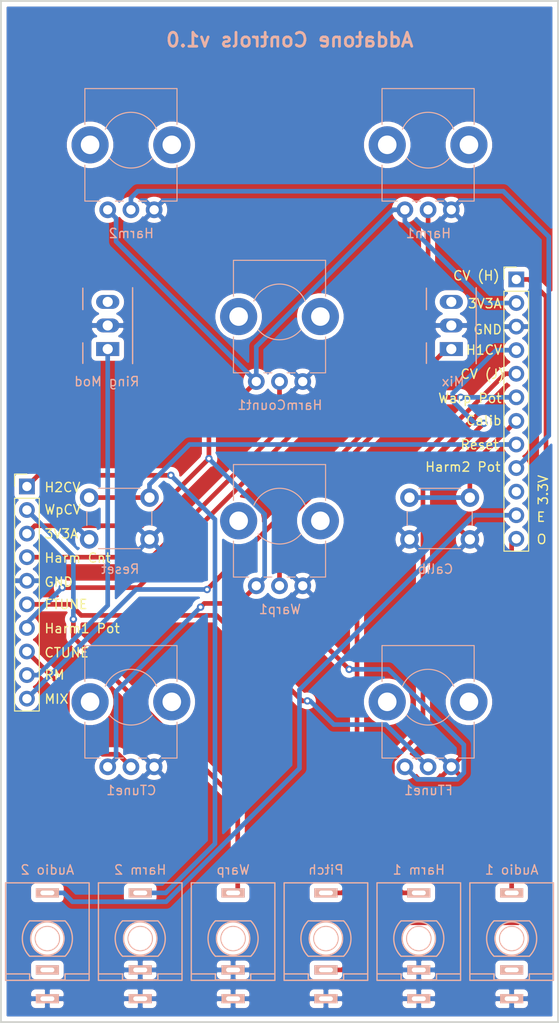
<source format=kicad_pcb>
(kicad_pcb (version 20171130) (host pcbnew "(5.1.5)-3")
  (layers (0 F.Cu signal) (31 B.Cu signal) (34 B.Paste user) (35 F.Paste user) (36 B.SilkS user) (37 F.SilkS user) (38 B.Mask user) (39 F.Mask user) (44 Edge.Cuts user))
  (net 0 "")
  (net 1 GND)
  (net 2 FTUNE)
  (net 3 CV_IN)
  (net 4 +3.3VA)
  (net 5 CTUNE)
  (net 6 Calibration)
  (net 7 RESET)
  (net 8 AUDIO2_OUT)
  (net 9 AUDIO1_OUT)
  (net 10 MIX_SWITCH)
  (net 11 RING_MOD)
  (net 12 HARM2_POT)
  (net 13 HARM1_POT)
  (net 14 HARM2_CVIN)
  (net 15 HARM1_CVIN)
  (net 16 PITCH_CVIN)
  (net 17 HARM_COUNT_POT)
  (net 18 +3V3)
  (net 19 "Net-(J7-Pad2)")
  (net 20 "Net-(J8-Pad2)")
  (net 21 WARP_CVIN)
  (net 22 WARP_POT)
  (module Buttons_Switches_THT:SW_PUSH_6mm (layer B.Cu) (at 150.5 103.5 180)
    (fp_text reference SW2 hide)
    (fp_text value SW_Push)
    (fp_line (start 1 -5.5) (end 5.5 -5.5) (layer B.SilkS) (width 0.12))
    (fp_line (start -0.25 -1.5) (end -0.25 -3) (layer B.SilkS) (width 0.12))
    (fp_line (start 5.5 1) (end 1 1) (layer B.SilkS) (width 0.12))
    (fp_line (start 6.75 -3) (end 6.75 -1.5) (layer B.SilkS) (width 0.12))
    (pad 2 thru_hole circle (at 0 -4.5 90) (size 2 2) (drill 1.1) (layers *.Cu *.Mask) (net 1 GND))
    (pad 1 thru_hole circle (at 0 0 90) (size 2 2) (drill 1.1) (layers *.Cu *.Mask) (net 6 Calibration))
    (pad 2 thru_hole circle (at 6.5 -4.5 90) (size 2 2) (drill 1.1) (layers *.Cu *.Mask) (net 1 GND))
    (pad 1 thru_hole circle (at 6.5 0 90) (size 2 2) (drill 1.1) (layers *.Cu *.Mask) (net 6 Calibration))
  )
  (module Pin_Headers:Pin_Header_Straight_1x12_Pitch2.54mm (layer F.Cu) (at 155.5 80)
    (fp_text reference J2 hide)
    (fp_text value Conn_01x12_Male hide)
    (fp_line (start -1.33 29.27) (end 1.33 29.27) (layer F.SilkS) (width 0.12))
    (fp_line (start -1.33 1.27) (end -1.33 29.27) (layer F.SilkS) (width 0.12))
    (fp_line (start 1.33 1.27) (end 1.33 29.27) (layer F.SilkS) (width 0.12))
    (fp_line (start -1.33 1.27) (end 1.33 1.27) (layer F.SilkS) (width 0.12))
    (fp_line (start -1.33 0) (end -1.33 -1.33) (layer F.SilkS) (width 0.12))
    (fp_line (start -1.33 -1.33) (end 0 -1.33) (layer F.SilkS) (width 0.12))
    (pad 1 thru_hole rect (at 0 0) (size 1.7 1.7) (drill 1) (layers *.Cu *.Mask) (net 3 CV_IN))
    (pad 2 thru_hole oval (at 0 2.54) (size 1.7 1.7) (drill 1) (layers *.Cu *.Mask) (net 4 +3.3VA))
    (pad 3 thru_hole oval (at 0 5.08) (size 1.7 1.7) (drill 1) (layers *.Cu *.Mask) (net 1 GND))
    (pad 4 thru_hole oval (at 0 7.62) (size 1.7 1.7) (drill 1) (layers *.Cu *.Mask) (net 15 HARM1_CVIN))
    (pad 5 thru_hole oval (at 0 10.16) (size 1.7 1.7) (drill 1) (layers *.Cu *.Mask) (net 16 PITCH_CVIN))
    (pad 6 thru_hole oval (at 0 12.7) (size 1.7 1.7) (drill 1) (layers *.Cu *.Mask) (net 22 WARP_POT))
    (pad 7 thru_hole oval (at 0 15.24) (size 1.7 1.7) (drill 1) (layers *.Cu *.Mask) (net 6 Calibration))
    (pad 8 thru_hole oval (at 0 17.78) (size 1.7 1.7) (drill 1) (layers *.Cu *.Mask) (net 7 RESET))
    (pad 9 thru_hole oval (at 0 20.32) (size 1.7 1.7) (drill 1) (layers *.Cu *.Mask) (net 12 HARM2_POT))
    (pad 10 thru_hole oval (at 0 22.86) (size 1.7 1.7) (drill 1) (layers *.Cu *.Mask) (net 18 +3V3))
    (pad 11 thru_hole oval (at 0 25.4) (size 1.7 1.7) (drill 1) (layers *.Cu *.Mask) (net 8 AUDIO2_OUT))
    (pad 12 thru_hole oval (at 0 27.94) (size 1.7 1.7) (drill 1) (layers *.Cu *.Mask) (net 9 AUDIO1_OUT))
  )
  (module Pin_Headers:Pin_Header_Straight_1x10_Pitch2.54mm (layer F.Cu) (at 102.8 102.3)
    (fp_text reference J1 hide)
    (fp_text value Conn_01x10_Male hide)
    (fp_line (start -1.33 24.19) (end 1.33 24.19) (layer F.SilkS) (width 0.12))
    (fp_line (start -1.33 1.27) (end -1.33 24.19) (layer F.SilkS) (width 0.12))
    (fp_line (start 1.33 1.27) (end 1.33 24.19) (layer F.SilkS) (width 0.12))
    (fp_line (start -1.33 1.27) (end 1.33 1.27) (layer F.SilkS) (width 0.12))
    (fp_line (start -1.33 0) (end -1.33 -1.33) (layer F.SilkS) (width 0.12))
    (fp_line (start -1.33 -1.33) (end 0 -1.33) (layer F.SilkS) (width 0.12))
    (pad 1 thru_hole rect (at 0 0) (size 1.7 1.7) (drill 1) (layers *.Cu *.Mask) (net 14 HARM2_CVIN))
    (pad 2 thru_hole oval (at 0 2.54) (size 1.7 1.7) (drill 1) (layers *.Cu *.Mask) (net 21 WARP_CVIN))
    (pad 3 thru_hole oval (at 0 5.08) (size 1.7 1.7) (drill 1) (layers *.Cu *.Mask) (net 4 +3.3VA))
    (pad 4 thru_hole oval (at 0 7.62) (size 1.7 1.7) (drill 1) (layers *.Cu *.Mask) (net 17 HARM_COUNT_POT))
    (pad 5 thru_hole oval (at 0 10.16) (size 1.7 1.7) (drill 1) (layers *.Cu *.Mask) (net 1 GND))
    (pad 6 thru_hole oval (at 0 12.7) (size 1.7 1.7) (drill 1) (layers *.Cu *.Mask) (net 2 FTUNE))
    (pad 7 thru_hole oval (at 0 15.24) (size 1.7 1.7) (drill 1) (layers *.Cu *.Mask) (net 13 HARM1_POT))
    (pad 8 thru_hole oval (at 0 17.78) (size 1.7 1.7) (drill 1) (layers *.Cu *.Mask) (net 5 CTUNE))
    (pad 9 thru_hole oval (at 0 20.32) (size 1.7 1.7) (drill 1) (layers *.Cu *.Mask) (net 11 RING_MOD))
    (pad 10 thru_hole oval (at 0 22.86) (size 1.7 1.7) (drill 1) (layers *.Cu *.Mask) (net 10 MIX_SWITCH))
  )
  (module Custom_Footprints:Alpha_9mm_Potentiometer (layer B.Cu) (at 111.5 132.5 90)
    (fp_text reference CTune1 (at -2.54 2.54) (layer B.SilkS) (effects (justify mirror)))
    (fp_text value B10k)
    (fp_arc (start 7.5 2.5) (end 8.673 -0.262) (angle 134) (layer B.SilkS) (width 0.12))
    (fp_arc (start 7.5 2.5) (end 5.572 4.798) (angle 100) (layer B.SilkS) (width 0.12))
    (fp_line (start 0.94 7.461) (end 4.806 7.461) (layer B.SilkS) (width 0.12))
    (fp_line (start 9.195 7.461) (end 13.06 7.461) (layer B.SilkS) (width 0.12))
    (fp_line (start 0.94 -2.46) (end 4.806 -2.46) (layer B.SilkS) (width 0.12))
    (fp_line (start 9.195 -2.46) (end 13.06 -2.46) (layer B.SilkS) (width 0.12))
    (fp_line (start 0.94 7.461) (end 0.94 5.825) (layer B.SilkS) (width 0.12))
    (fp_line (start 0.94 4.175) (end 0.94 3.325) (layer B.SilkS) (width 0.12))
    (fp_line (start 0.94 1.675) (end 0.94 0.825) (layer B.SilkS) (width 0.12))
    (fp_line (start 0.94 -0.825) (end 0.94 -2.46) (layer B.SilkS) (width 0.12))
    (fp_line (start 13.06 7.461) (end 13.06 -2.46) (layer B.SilkS) (width 0.12))
    (pad 3 thru_hole circle (at 0 5 90) (size 1.8 1.8) (drill 1) (layers *.Cu *.Mask) (net 1 GND))
    (pad 2 thru_hole circle (at 0 2.5 90) (size 1.8 1.8) (drill 1) (layers *.Cu *.Mask) (net 5 CTUNE))
    (pad 1 thru_hole circle (at 0 0 90) (size 1.8 1.8) (drill 1) (layers *.Cu *.Mask) (net 4 +3.3VA))
    (pad 0 np_thru_hole circle (at 7 6.9 90) (size 4 4) (drill 2) (layers *.Cu *.Mask))
    (pad 0 np_thru_hole circle (at 7 -1.9 90) (size 4 4) (drill 2) (layers *.Cu *.Mask))
  )
  (module Custom_Footprints:Alpha_9mm_Potentiometer (layer B.Cu) (at 127.5 113 90)
    (fp_text reference Warp1 (at -2.54 2.54) (layer B.SilkS) (effects (justify mirror)))
    (fp_text value B10k)
    (fp_line (start 13.06 7.461) (end 13.06 -2.46) (layer B.SilkS) (width 0.12))
    (fp_line (start 0.94 -0.825) (end 0.94 -2.46) (layer B.SilkS) (width 0.12))
    (fp_line (start 0.94 1.675) (end 0.94 0.825) (layer B.SilkS) (width 0.12))
    (fp_line (start 0.94 4.175) (end 0.94 3.325) (layer B.SilkS) (width 0.12))
    (fp_line (start 0.94 7.461) (end 0.94 5.825) (layer B.SilkS) (width 0.12))
    (fp_line (start 9.195 -2.46) (end 13.06 -2.46) (layer B.SilkS) (width 0.12))
    (fp_line (start 0.94 -2.46) (end 4.806 -2.46) (layer B.SilkS) (width 0.12))
    (fp_line (start 9.195 7.461) (end 13.06 7.461) (layer B.SilkS) (width 0.12))
    (fp_line (start 0.94 7.461) (end 4.806 7.461) (layer B.SilkS) (width 0.12))
    (fp_arc (start 7.5 2.5) (end 5.572 4.798) (angle 100) (layer B.SilkS) (width 0.12))
    (fp_arc (start 7.5 2.5) (end 8.673 -0.262) (angle 134) (layer B.SilkS) (width 0.12))
    (pad 0 np_thru_hole circle (at 7 -1.9 90) (size 4 4) (drill 2) (layers *.Cu *.Mask))
    (pad 0 np_thru_hole circle (at 7 6.9 90) (size 4 4) (drill 2) (layers *.Cu *.Mask))
    (pad 1 thru_hole circle (at 0 0 90) (size 1.8 1.8) (drill 1) (layers *.Cu *.Mask) (net 4 +3.3VA))
    (pad 2 thru_hole circle (at 0 2.5 90) (size 1.8 1.8) (drill 1) (layers *.Cu *.Mask) (net 22 WARP_POT))
    (pad 3 thru_hole circle (at 0 5 90) (size 1.8 1.8) (drill 1) (layers *.Cu *.Mask) (net 1 GND))
  )
  (module Custom_Footprints:Alpha_9mm_Potentiometer (layer B.Cu) (at 143.5 132.5 90)
    (fp_text reference FTune1 (at -2.54 2.54) (layer B.SilkS) (effects (justify mirror)))
    (fp_text value B10k)
    (fp_line (start 13.06 7.461) (end 13.06 -2.46) (layer B.SilkS) (width 0.12))
    (fp_line (start 0.94 -0.825) (end 0.94 -2.46) (layer B.SilkS) (width 0.12))
    (fp_line (start 0.94 1.675) (end 0.94 0.825) (layer B.SilkS) (width 0.12))
    (fp_line (start 0.94 4.175) (end 0.94 3.325) (layer B.SilkS) (width 0.12))
    (fp_line (start 0.94 7.461) (end 0.94 5.825) (layer B.SilkS) (width 0.12))
    (fp_line (start 9.195 -2.46) (end 13.06 -2.46) (layer B.SilkS) (width 0.12))
    (fp_line (start 0.94 -2.46) (end 4.806 -2.46) (layer B.SilkS) (width 0.12))
    (fp_line (start 9.195 7.461) (end 13.06 7.461) (layer B.SilkS) (width 0.12))
    (fp_line (start 0.94 7.461) (end 4.806 7.461) (layer B.SilkS) (width 0.12))
    (fp_arc (start 7.5 2.5) (end 5.572 4.798) (angle 100) (layer B.SilkS) (width 0.12))
    (fp_arc (start 7.5 2.5) (end 8.673 -0.262) (angle 134) (layer B.SilkS) (width 0.12))
    (pad 0 np_thru_hole circle (at 7 -1.9 90) (size 4 4) (drill 2) (layers *.Cu *.Mask))
    (pad 0 np_thru_hole circle (at 7 6.9 90) (size 4 4) (drill 2) (layers *.Cu *.Mask))
    (pad 1 thru_hole circle (at 0 0 90) (size 1.8 1.8) (drill 1) (layers *.Cu *.Mask) (net 4 +3.3VA))
    (pad 2 thru_hole circle (at 0 2.5 90) (size 1.8 1.8) (drill 1) (layers *.Cu *.Mask) (net 2 FTUNE))
    (pad 3 thru_hole circle (at 0 5 90) (size 1.8 1.8) (drill 1) (layers *.Cu *.Mask) (net 1 GND))
  )
  (module Custom_Footprints:Alpha_9mm_Potentiometer (layer B.Cu) (at 143.5 72.5 90)
    (fp_text reference Harm1 (at -2.54 2.54) (layer B.SilkS) (effects (justify mirror)))
    (fp_text value B10k)
    (fp_line (start 13.06 7.461) (end 13.06 -2.46) (layer B.SilkS) (width 0.12))
    (fp_line (start 0.94 -0.825) (end 0.94 -2.46) (layer B.SilkS) (width 0.12))
    (fp_line (start 0.94 1.675) (end 0.94 0.825) (layer B.SilkS) (width 0.12))
    (fp_line (start 0.94 4.175) (end 0.94 3.325) (layer B.SilkS) (width 0.12))
    (fp_line (start 0.94 7.461) (end 0.94 5.825) (layer B.SilkS) (width 0.12))
    (fp_line (start 9.195 -2.46) (end 13.06 -2.46) (layer B.SilkS) (width 0.12))
    (fp_line (start 0.94 -2.46) (end 4.806 -2.46) (layer B.SilkS) (width 0.12))
    (fp_line (start 9.195 7.461) (end 13.06 7.461) (layer B.SilkS) (width 0.12))
    (fp_line (start 0.94 7.461) (end 4.806 7.461) (layer B.SilkS) (width 0.12))
    (fp_arc (start 7.5 2.5) (end 5.572 4.798) (angle 100) (layer B.SilkS) (width 0.12))
    (fp_arc (start 7.5 2.5) (end 8.673 -0.262) (angle 134) (layer B.SilkS) (width 0.12))
    (pad 0 np_thru_hole circle (at 7 -1.9 90) (size 4 4) (drill 2) (layers *.Cu *.Mask))
    (pad 0 np_thru_hole circle (at 7 6.9 90) (size 4 4) (drill 2) (layers *.Cu *.Mask))
    (pad 1 thru_hole circle (at 0 0 90) (size 1.8 1.8) (drill 1) (layers *.Cu *.Mask) (net 4 +3.3VA))
    (pad 2 thru_hole circle (at 0 2.5 90) (size 1.8 1.8) (drill 1) (layers *.Cu *.Mask) (net 13 HARM1_POT))
    (pad 3 thru_hole circle (at 0 5 90) (size 1.8 1.8) (drill 1) (layers *.Cu *.Mask) (net 1 GND))
  )
  (module Custom_Footprints:Alpha_9mm_Potentiometer (layer B.Cu) (at 111.5 72.5 90)
    (fp_text reference Harm2 (at -2.54 2.54) (layer B.SilkS) (effects (justify mirror)))
    (fp_text value B10k)
    (fp_arc (start 7.5 2.5) (end 8.673 -0.262) (angle 134) (layer B.SilkS) (width 0.12))
    (fp_arc (start 7.5 2.5) (end 5.572 4.798) (angle 100) (layer B.SilkS) (width 0.12))
    (fp_line (start 0.94 7.461) (end 4.806 7.461) (layer B.SilkS) (width 0.12))
    (fp_line (start 9.195 7.461) (end 13.06 7.461) (layer B.SilkS) (width 0.12))
    (fp_line (start 0.94 -2.46) (end 4.806 -2.46) (layer B.SilkS) (width 0.12))
    (fp_line (start 9.195 -2.46) (end 13.06 -2.46) (layer B.SilkS) (width 0.12))
    (fp_line (start 0.94 7.461) (end 0.94 5.825) (layer B.SilkS) (width 0.12))
    (fp_line (start 0.94 4.175) (end 0.94 3.325) (layer B.SilkS) (width 0.12))
    (fp_line (start 0.94 1.675) (end 0.94 0.825) (layer B.SilkS) (width 0.12))
    (fp_line (start 0.94 -0.825) (end 0.94 -2.46) (layer B.SilkS) (width 0.12))
    (fp_line (start 13.06 7.461) (end 13.06 -2.46) (layer B.SilkS) (width 0.12))
    (pad 3 thru_hole circle (at 0 5 90) (size 1.8 1.8) (drill 1) (layers *.Cu *.Mask) (net 1 GND))
    (pad 2 thru_hole circle (at 0 2.5 90) (size 1.8 1.8) (drill 1) (layers *.Cu *.Mask) (net 12 HARM2_POT))
    (pad 1 thru_hole circle (at 0 0 90) (size 1.8 1.8) (drill 1) (layers *.Cu *.Mask) (net 4 +3.3VA))
    (pad 0 np_thru_hole circle (at 7 6.9 90) (size 4 4) (drill 2) (layers *.Cu *.Mask))
    (pad 0 np_thru_hole circle (at 7 -1.9 90) (size 4 4) (drill 2) (layers *.Cu *.Mask))
  )
  (module Custom_Footprints:Alpha_9mm_Potentiometer (layer B.Cu) (at 127.5 91 90)
    (fp_text reference HarmCount1 (at -2.54 2.54) (layer B.SilkS) (effects (justify mirror)))
    (fp_text value B10k)
    (fp_arc (start 7.5 2.5) (end 8.673 -0.262) (angle 134) (layer B.SilkS) (width 0.12))
    (fp_arc (start 7.5 2.5) (end 5.572 4.798) (angle 100) (layer B.SilkS) (width 0.12))
    (fp_line (start 0.94 7.461) (end 4.806 7.461) (layer B.SilkS) (width 0.12))
    (fp_line (start 9.195 7.461) (end 13.06 7.461) (layer B.SilkS) (width 0.12))
    (fp_line (start 0.94 -2.46) (end 4.806 -2.46) (layer B.SilkS) (width 0.12))
    (fp_line (start 9.195 -2.46) (end 13.06 -2.46) (layer B.SilkS) (width 0.12))
    (fp_line (start 0.94 7.461) (end 0.94 5.825) (layer B.SilkS) (width 0.12))
    (fp_line (start 0.94 4.175) (end 0.94 3.325) (layer B.SilkS) (width 0.12))
    (fp_line (start 0.94 1.675) (end 0.94 0.825) (layer B.SilkS) (width 0.12))
    (fp_line (start 0.94 -0.825) (end 0.94 -2.46) (layer B.SilkS) (width 0.12))
    (fp_line (start 13.06 7.461) (end 13.06 -2.46) (layer B.SilkS) (width 0.12))
    (pad 3 thru_hole circle (at 0 5 90) (size 1.8 1.8) (drill 1) (layers *.Cu *.Mask) (net 1 GND))
    (pad 2 thru_hole circle (at 0 2.5 90) (size 1.8 1.8) (drill 1) (layers *.Cu *.Mask) (net 17 HARM_COUNT_POT))
    (pad 1 thru_hole circle (at 0 0 90) (size 1.8 1.8) (drill 1) (layers *.Cu *.Mask) (net 4 +3.3VA))
    (pad 0 np_thru_hole circle (at 7 6.9 90) (size 4 4) (drill 2) (layers *.Cu *.Mask))
    (pad 0 np_thru_hole circle (at 7 -1.9 90) (size 4 4) (drill 2) (layers *.Cu *.Mask))
  )
  (module Custom_Footprints:THONKICONN_hole (layer B.Cu) (at 135 151 180)
    (fp_text reference J3 hide)
    (fp_text value Pitch_In hide)
    (fp_line (start -4.445 -3.81) (end -1.905 -3.81) (layer B.SilkS) (width 0.15))
    (fp_line (start -1.905 -3.81) (end -1.905 -4.445) (layer B.SilkS) (width 0.15))
    (fp_line (start -1.905 -4.445) (end 1.905 -4.445) (layer B.SilkS) (width 0.15))
    (fp_line (start 1.905 -4.445) (end 1.905 -3.81) (layer B.SilkS) (width 0.15))
    (fp_line (start 1.905 -3.81) (end 4.445 -3.81) (layer B.SilkS) (width 0.15))
    (fp_arc (start 0 0) (end 1.905 1.905) (angle -90) (layer B.SilkS) (width 0.15))
    (fp_arc (start 0 0) (end -1.905 -1.905) (angle -90) (layer B.SilkS) (width 0.15))
    (fp_line (start 1.905 -1.905) (end -1.905 -1.905) (layer B.SilkS) (width 0.15))
    (fp_line (start -1.905 1.905) (end 1.905 1.905) (layer B.SilkS) (width 0.15))
    (fp_circle (center 0 0) (end 1.27 -1.27) (layer B.SilkS) (width 0.15))
    (fp_line (start 4.5 6) (end 4.5 -4.5) (layer B.SilkS) (width 0.15))
    (fp_line (start -4.5 6) (end -4.5 -4.5) (layer B.SilkS) (width 0.15))
    (fp_line (start -4.5 -4.5) (end 4.5 -4.5) (layer B.SilkS) (width 0.15))
    (fp_line (start -4.5 6) (end 4.5 6) (layer B.SilkS) (width 0.15))
    (fp_circle (center 0 0) (end 1.3 0) (layer B.SilkS) (width 0.15))
    (pad 3 thru_hole rect (at 0 4.92 180) (size 2.5 1) (drill oval 1.5 0.5) (layers *.Cu *.Mask B.SilkS) (net 16 PITCH_CVIN))
    (pad 2 thru_hole rect (at 0 -3.38 180) (size 2.5 1) (drill oval 1.5 0.5) (layers *.Cu *.Mask B.SilkS) (net 3 CV_IN))
    (pad 1 thru_hole rect (at 0 -6.48 180) (size 2.5 1) (drill oval 1.5 0.5) (layers *.Cu *.Mask B.SilkS) (net 1 GND))
    (pad "" np_thru_hole circle (at 0 0 180) (size 2.5 2.5) (drill 2.5) (layers *.Cu *.Mask))
  )
  (module Custom_Footprints:THONKICONN_hole (layer B.Cu) (at 145 151 180)
    (fp_text reference J4 hide)
    (fp_text value Harm1_In hide)
    (fp_circle (center 0 0) (end 1.3 0) (layer B.SilkS) (width 0.15))
    (fp_line (start -4.5 6) (end 4.5 6) (layer B.SilkS) (width 0.15))
    (fp_line (start -4.5 -4.5) (end 4.5 -4.5) (layer B.SilkS) (width 0.15))
    (fp_line (start -4.5 6) (end -4.5 -4.5) (layer B.SilkS) (width 0.15))
    (fp_line (start 4.5 6) (end 4.5 -4.5) (layer B.SilkS) (width 0.15))
    (fp_circle (center 0 0) (end 1.27 -1.27) (layer B.SilkS) (width 0.15))
    (fp_line (start -1.905 1.905) (end 1.905 1.905) (layer B.SilkS) (width 0.15))
    (fp_line (start 1.905 -1.905) (end -1.905 -1.905) (layer B.SilkS) (width 0.15))
    (fp_arc (start 0 0) (end -1.905 -1.905) (angle -90) (layer B.SilkS) (width 0.15))
    (fp_arc (start 0 0) (end 1.905 1.905) (angle -90) (layer B.SilkS) (width 0.15))
    (fp_line (start 1.905 -3.81) (end 4.445 -3.81) (layer B.SilkS) (width 0.15))
    (fp_line (start 1.905 -4.445) (end 1.905 -3.81) (layer B.SilkS) (width 0.15))
    (fp_line (start -1.905 -4.445) (end 1.905 -4.445) (layer B.SilkS) (width 0.15))
    (fp_line (start -1.905 -3.81) (end -1.905 -4.445) (layer B.SilkS) (width 0.15))
    (fp_line (start -4.445 -3.81) (end -1.905 -3.81) (layer B.SilkS) (width 0.15))
    (pad "" np_thru_hole circle (at 0 0 180) (size 2.5 2.5) (drill 2.5) (layers *.Cu *.Mask))
    (pad 1 thru_hole rect (at 0 -6.48 180) (size 2.5 1) (drill oval 1.5 0.5) (layers *.Cu *.Mask B.SilkS) (net 1 GND))
    (pad 2 thru_hole rect (at 0 -3.38 180) (size 2.5 1) (drill oval 1.5 0.5) (layers *.Cu *.Mask B.SilkS) (net 1 GND))
    (pad 3 thru_hole rect (at 0 4.92 180) (size 2.5 1) (drill oval 1.5 0.5) (layers *.Cu *.Mask B.SilkS) (net 15 HARM1_CVIN))
  )
  (module Custom_Footprints:THONKICONN_hole (layer B.Cu) (at 115 151 180)
    (fp_text reference J5 hide)
    (fp_text value Harm2_In hide)
    (fp_line (start -4.445 -3.81) (end -1.905 -3.81) (layer B.SilkS) (width 0.15))
    (fp_line (start -1.905 -3.81) (end -1.905 -4.445) (layer B.SilkS) (width 0.15))
    (fp_line (start -1.905 -4.445) (end 1.905 -4.445) (layer B.SilkS) (width 0.15))
    (fp_line (start 1.905 -4.445) (end 1.905 -3.81) (layer B.SilkS) (width 0.15))
    (fp_line (start 1.905 -3.81) (end 4.445 -3.81) (layer B.SilkS) (width 0.15))
    (fp_arc (start 0 0) (end 1.905 1.905) (angle -90) (layer B.SilkS) (width 0.15))
    (fp_arc (start 0 0) (end -1.905 -1.905) (angle -90) (layer B.SilkS) (width 0.15))
    (fp_line (start 1.905 -1.905) (end -1.905 -1.905) (layer B.SilkS) (width 0.15))
    (fp_line (start -1.905 1.905) (end 1.905 1.905) (layer B.SilkS) (width 0.15))
    (fp_circle (center 0 0) (end 1.27 -1.27) (layer B.SilkS) (width 0.15))
    (fp_line (start 4.5 6) (end 4.5 -4.5) (layer B.SilkS) (width 0.15))
    (fp_line (start -4.5 6) (end -4.5 -4.5) (layer B.SilkS) (width 0.15))
    (fp_line (start -4.5 -4.5) (end 4.5 -4.5) (layer B.SilkS) (width 0.15))
    (fp_line (start -4.5 6) (end 4.5 6) (layer B.SilkS) (width 0.15))
    (fp_circle (center 0 0) (end 1.3 0) (layer B.SilkS) (width 0.15))
    (pad 3 thru_hole rect (at 0 4.92 180) (size 2.5 1) (drill oval 1.5 0.5) (layers *.Cu *.Mask B.SilkS) (net 14 HARM2_CVIN))
    (pad 2 thru_hole rect (at 0 -3.38 180) (size 2.5 1) (drill oval 1.5 0.5) (layers *.Cu *.Mask B.SilkS) (net 1 GND))
    (pad 1 thru_hole rect (at 0 -6.48 180) (size 2.5 1) (drill oval 1.5 0.5) (layers *.Cu *.Mask B.SilkS) (net 1 GND))
    (pad "" np_thru_hole circle (at 0 0 180) (size 2.5 2.5) (drill 2.5) (layers *.Cu *.Mask))
  )
  (module Custom_Footprints:THONKICONN_hole (layer B.Cu) (at 125 151 180)
    (fp_text reference J6 hide)
    (fp_text value Warp_In hide)
    (fp_circle (center 0 0) (end 1.3 0) (layer B.SilkS) (width 0.15))
    (fp_line (start -4.5 6) (end 4.5 6) (layer B.SilkS) (width 0.15))
    (fp_line (start -4.5 -4.5) (end 4.5 -4.5) (layer B.SilkS) (width 0.15))
    (fp_line (start -4.5 6) (end -4.5 -4.5) (layer B.SilkS) (width 0.15))
    (fp_line (start 4.5 6) (end 4.5 -4.5) (layer B.SilkS) (width 0.15))
    (fp_circle (center 0 0) (end 1.27 -1.27) (layer B.SilkS) (width 0.15))
    (fp_line (start -1.905 1.905) (end 1.905 1.905) (layer B.SilkS) (width 0.15))
    (fp_line (start 1.905 -1.905) (end -1.905 -1.905) (layer B.SilkS) (width 0.15))
    (fp_arc (start 0 0) (end -1.905 -1.905) (angle -90) (layer B.SilkS) (width 0.15))
    (fp_arc (start 0 0) (end 1.905 1.905) (angle -90) (layer B.SilkS) (width 0.15))
    (fp_line (start 1.905 -3.81) (end 4.445 -3.81) (layer B.SilkS) (width 0.15))
    (fp_line (start 1.905 -4.445) (end 1.905 -3.81) (layer B.SilkS) (width 0.15))
    (fp_line (start -1.905 -4.445) (end 1.905 -4.445) (layer B.SilkS) (width 0.15))
    (fp_line (start -1.905 -3.81) (end -1.905 -4.445) (layer B.SilkS) (width 0.15))
    (fp_line (start -4.445 -3.81) (end -1.905 -3.81) (layer B.SilkS) (width 0.15))
    (pad "" np_thru_hole circle (at 0 0 180) (size 2.5 2.5) (drill 2.5) (layers *.Cu *.Mask))
    (pad 1 thru_hole rect (at 0 -6.48 180) (size 2.5 1) (drill oval 1.5 0.5) (layers *.Cu *.Mask B.SilkS) (net 1 GND))
    (pad 2 thru_hole rect (at 0 -3.38 180) (size 2.5 1) (drill oval 1.5 0.5) (layers *.Cu *.Mask B.SilkS) (net 1 GND))
    (pad 3 thru_hole rect (at 0 4.92 180) (size 2.5 1) (drill oval 1.5 0.5) (layers *.Cu *.Mask B.SilkS) (net 21 WARP_CVIN))
  )
  (module Custom_Footprints:THONKICONN_hole (layer B.Cu) (at 155 151 180)
    (fp_text reference J7 hide)
    (fp_text value DAC1_Out hide)
    (fp_line (start -4.445 -3.81) (end -1.905 -3.81) (layer B.SilkS) (width 0.15))
    (fp_line (start -1.905 -3.81) (end -1.905 -4.445) (layer B.SilkS) (width 0.15))
    (fp_line (start -1.905 -4.445) (end 1.905 -4.445) (layer B.SilkS) (width 0.15))
    (fp_line (start 1.905 -4.445) (end 1.905 -3.81) (layer B.SilkS) (width 0.15))
    (fp_line (start 1.905 -3.81) (end 4.445 -3.81) (layer B.SilkS) (width 0.15))
    (fp_arc (start 0 0) (end 1.905 1.905) (angle -90) (layer B.SilkS) (width 0.15))
    (fp_arc (start 0 0) (end -1.905 -1.905) (angle -90) (layer B.SilkS) (width 0.15))
    (fp_line (start 1.905 -1.905) (end -1.905 -1.905) (layer B.SilkS) (width 0.15))
    (fp_line (start -1.905 1.905) (end 1.905 1.905) (layer B.SilkS) (width 0.15))
    (fp_circle (center 0 0) (end 1.27 -1.27) (layer B.SilkS) (width 0.15))
    (fp_line (start 4.5 6) (end 4.5 -4.5) (layer B.SilkS) (width 0.15))
    (fp_line (start -4.5 6) (end -4.5 -4.5) (layer B.SilkS) (width 0.15))
    (fp_line (start -4.5 -4.5) (end 4.5 -4.5) (layer B.SilkS) (width 0.15))
    (fp_line (start -4.5 6) (end 4.5 6) (layer B.SilkS) (width 0.15))
    (fp_circle (center 0 0) (end 1.3 0) (layer B.SilkS) (width 0.15))
    (pad 3 thru_hole rect (at 0 4.92 180) (size 2.5 1) (drill oval 1.5 0.5) (layers *.Cu *.Mask B.SilkS) (net 9 AUDIO1_OUT))
    (pad 2 thru_hole rect (at 0 -3.38 180) (size 2.5 1) (drill oval 1.5 0.5) (layers *.Cu *.Mask B.SilkS) (net 19 "Net-(J7-Pad2)"))
    (pad 1 thru_hole rect (at 0 -6.48 180) (size 2.5 1) (drill oval 1.5 0.5) (layers *.Cu *.Mask B.SilkS) (net 1 GND))
    (pad "" np_thru_hole circle (at 0 0 180) (size 2.5 2.5) (drill 2.5) (layers *.Cu *.Mask))
  )
  (module Custom_Footprints:THONKICONN_hole (layer B.Cu) (at 105 151 180)
    (fp_text reference J8 hide)
    (fp_text value DAC2_Out hide)
    (fp_circle (center 0 0) (end 1.3 0) (layer B.SilkS) (width 0.15))
    (fp_line (start -4.5 6) (end 4.5 6) (layer B.SilkS) (width 0.15))
    (fp_line (start -4.5 -4.5) (end 4.5 -4.5) (layer B.SilkS) (width 0.15))
    (fp_line (start -4.5 6) (end -4.5 -4.5) (layer B.SilkS) (width 0.15))
    (fp_line (start 4.5 6) (end 4.5 -4.5) (layer B.SilkS) (width 0.15))
    (fp_circle (center 0 0) (end 1.27 -1.27) (layer B.SilkS) (width 0.15))
    (fp_line (start -1.905 1.905) (end 1.905 1.905) (layer B.SilkS) (width 0.15))
    (fp_line (start 1.905 -1.905) (end -1.905 -1.905) (layer B.SilkS) (width 0.15))
    (fp_arc (start 0 0) (end -1.905 -1.905) (angle -90) (layer B.SilkS) (width 0.15))
    (fp_arc (start 0 0) (end 1.905 1.905) (angle -90) (layer B.SilkS) (width 0.15))
    (fp_line (start 1.905 -3.81) (end 4.445 -3.81) (layer B.SilkS) (width 0.15))
    (fp_line (start 1.905 -4.445) (end 1.905 -3.81) (layer B.SilkS) (width 0.15))
    (fp_line (start -1.905 -4.445) (end 1.905 -4.445) (layer B.SilkS) (width 0.15))
    (fp_line (start -1.905 -3.81) (end -1.905 -4.445) (layer B.SilkS) (width 0.15))
    (fp_line (start -4.445 -3.81) (end -1.905 -3.81) (layer B.SilkS) (width 0.15))
    (pad "" np_thru_hole circle (at 0 0 180) (size 2.5 2.5) (drill 2.5) (layers *.Cu *.Mask))
    (pad 1 thru_hole rect (at 0 -6.48 180) (size 2.5 1) (drill oval 1.5 0.5) (layers *.Cu *.Mask B.SilkS) (net 1 GND))
    (pad 2 thru_hole rect (at 0 -3.38 180) (size 2.5 1) (drill oval 1.5 0.5) (layers *.Cu *.Mask B.SilkS) (net 20 "Net-(J8-Pad2)"))
    (pad 3 thru_hole rect (at 0 4.92 180) (size 2.5 1) (drill oval 1.5 0.5) (layers *.Cu *.Mask B.SilkS) (net 8 AUDIO2_OUT))
  )
  (module Buttons_Switches_THT:SW_PUSH_6mm (layer B.Cu) (at 116 103.5 180)
    (fp_text reference SW1 hide)
    (fp_text value SW_Push)
    (fp_line (start 6.75 -3) (end 6.75 -1.5) (layer B.SilkS) (width 0.12))
    (fp_line (start 5.5 1) (end 1 1) (layer B.SilkS) (width 0.12))
    (fp_line (start -0.25 -1.5) (end -0.25 -3) (layer B.SilkS) (width 0.12))
    (fp_line (start 1 -5.5) (end 5.5 -5.5) (layer B.SilkS) (width 0.12))
    (pad 1 thru_hole circle (at 6.5 0 90) (size 2 2) (drill 1.1) (layers *.Cu *.Mask) (net 7 RESET))
    (pad 2 thru_hole circle (at 6.5 -4.5 90) (size 2 2) (drill 1.1) (layers *.Cu *.Mask) (net 1 GND))
    (pad 1 thru_hole circle (at 0 0 90) (size 2 2) (drill 1.1) (layers *.Cu *.Mask) (net 7 RESET))
    (pad 2 thru_hole circle (at 0 -4.5 90) (size 2 2) (drill 1.1) (layers *.Cu *.Mask) (net 1 GND))
  )
  (module Custom_Footprints:SPDTSubMiniature (layer B.Cu) (at 111.5 87.5 90)
    (fp_text reference SW3 hide)
    (fp_text value SW_SPST)
    (fp_line (start -1.5634 2.681) (end 6.604 2.681) (layer B.SilkS) (width 0.15))
    (fp_line (start -1.538 -2.681) (end 0.662 -2.681) (layer B.SilkS) (width 0.15))
    (fp_line (start 4.254 -2.681) (end 6.554 -2.681) (layer B.SilkS) (width 0.15))
    (pad 1 thru_hole rect (at 0 0 90) (size 1.5 2.5) (drill 1.0922) (layers *.Cu *.Mask) (net 11 RING_MOD))
    (pad 2 thru_hole oval (at 2.54 0 90) (size 1.5 2.5) (drill 1.0922) (layers *.Cu *.Mask) (net 1 GND))
    (pad 3 thru_hole oval (at 5.08 0 90) (size 1.5 2.5) (drill 1.0922) (layers *.Cu *.Mask))
  )
  (module Custom_Footprints:SPDTSubMiniature (layer B.Cu) (at 148.5 87.5 90)
    (fp_text reference SW4 hide)
    (fp_text value SW_SPST)
    (fp_line (start 4.254 -2.681) (end 6.554 -2.681) (layer B.SilkS) (width 0.15))
    (fp_line (start -1.538 -2.681) (end 0.662 -2.681) (layer B.SilkS) (width 0.15))
    (fp_line (start -1.5634 2.681) (end 6.604 2.681) (layer B.SilkS) (width 0.15))
    (pad 3 thru_hole oval (at 5.08 0 90) (size 1.5 2.5) (drill 1.0922) (layers *.Cu *.Mask))
    (pad 2 thru_hole oval (at 2.54 0 90) (size 1.5 2.5) (drill 1.0922) (layers *.Cu *.Mask) (net 1 GND))
    (pad 1 thru_hole rect (at 0 0 90) (size 1.5 2.5) (drill 1.0922) (layers *.Cu *.Mask) (net 10 MIX_SWITCH))
  )
  (gr_text "Addatone Controls v1.0" (at 131.1 54.2) (layer B.SilkS) (effects (font (size 1.5 1.5) (thickness 0.3)) (justify mirror)))
  (gr_text Mix (at 150 91) (layer B.SilkS) (effects (font (size 1 1)) (justify left mirror)))
  (gr_text "Ring Mod" (at 115 91) (layer B.SilkS) (effects (font (size 1 1)) (justify left mirror)))
  (gr_text "Audio 1" (at 155 143.6) (layer B.SilkS) (effects (font (size 1 1)) (justify mirror)))
  (gr_text "Audio 2" (at 105 143.6) (layer B.SilkS) (effects (font (size 1 1)) (justify mirror)))
  (gr_text "Harm 2" (at 115 143.6) (layer B.SilkS) (effects (font (size 1 1)) (justify mirror)))
  (gr_text Warp (at 125 143.6) (layer B.SilkS) (effects (font (size 1 1)) (justify mirror)))
  (gr_text Pitch (at 135 143.6) (layer B.SilkS) (effects (font (size 1 1)) (justify mirror)))
  (gr_text "Harm 1" (at 145 143.6) (layer B.SilkS) (effects (font (size 1 1)) (justify mirror)))
  (gr_text Reset (at 115 111.2) (layer B.SilkS) (effects (font (size 1 1)) (justify left mirror)))
  (gr_text Calib (at 148.8 111.2) (layer B.SilkS) (effects (font (size 1 1)) (justify left mirror)))
  (gr_text H2CV (at 104.6 102.4) (layer F.SilkS) (effects (font (size 1 1)) (justify left)))
  (gr_text "Warp Pot" (at 147 92.8) (layer F.SilkS) (effects (font (size 1 1)) (justify left)))
  (gr_text 3V3A (at 104.6 107.4) (layer F.SilkS) (effects (font (size 1 1)) (justify left)))
  (gr_text MIX (at 104.6 125.2) (layer F.SilkS) (effects (font (size 1 1)) (justify left)))
  (gr_text RM (at 104.6 122.6) (layer F.SilkS) (effects (font (size 1 1)) (justify left)))
  (gr_text CTUNE (at 104.6 120.2) (layer F.SilkS) (effects (font (size 1 1)) (justify left)))
  (gr_text "Harm1 Pot" (at 104.6 117.6) (layer F.SilkS) (effects (font (size 1 1)) (justify left)))
  (gr_text FTUNE (at 104.6 115) (layer F.SilkS) (effects (font (size 1 1)) (justify left)))
  (gr_text GND (at 104.6 112.6) (layer F.SilkS) (effects (font (size 1 1)) (justify left)))
  (gr_text "Harm Cnt" (at 104.6 110) (layer F.SilkS) (effects (font (size 1 1)) (justify left)))
  (gr_text O (at 157.6 108) (layer F.SilkS) (effects (font (size 1 1)) (justify left)))
  (gr_text E (at 157.6 105.6) (layer F.SilkS) (effects (font (size 1 1)) (justify left)))
  (gr_text Calib (at 150 95.2) (layer F.SilkS) (effects (font (size 1 1)) (justify left)))
  (gr_text "Harm2 Pot" (at 145.6 100.2) (layer F.SilkS) (effects (font (size 1 1)) (justify left)))
  (gr_text Reset (at 149.4 97.8) (layer F.SilkS) (effects (font (size 1 1)) (justify left)))
  (gr_text 3.3V (at 158.4 104.4 90) (layer F.SilkS) (effects (font (size 1 1)) (justify left)))
  (gr_text WpCV (at 104.6 104.8) (layer F.SilkS) (effects (font (size 1 1)) (justify left)))
  (gr_text "CV (J)" (at 149.4 90.2) (layer F.SilkS) (effects (font (size 1 1)) (justify left)))
  (gr_text H1CV (at 150 87.6) (layer F.SilkS) (effects (font (size 1 1)) (justify left)))
  (gr_text GND (at 150.8 85.4) (layer F.SilkS) (effects (font (size 1 1)) (justify left)))
  (gr_text 3V3A (at 150.2 82.6) (layer F.SilkS) (effects (font (size 1 1)) (justify left)))
  (gr_text "CV (H)" (at 148.6 79.6) (layer F.SilkS) (effects (font (size 1 1)) (justify left)))
  (gr_line (start 160 50) (end 160 160) (layer Edge.Cuts) (width 0.2))
  (gr_line (start 100 160) (end 160 160) (layer Edge.Cuts) (width 0.2))
  (gr_line (start 100 50) (end 100 160) (layer Edge.Cuts) (width 0.2))
  (gr_line (start 100 50) (end 160 50) (layer Edge.Cuts) (width 0.2))
  (segment (start 141.450001 127.950001) (end 135.850001 127.950001) (width 0.5) (layer B.Cu) (net 2))
  (segment (start 146 132.5) (end 141.450001 127.950001) (width 0.5) (layer B.Cu) (net 2))
  (via (at 133 125.4) (size 0.8) (drill 0.4) (layers F.Cu B.Cu) (net 2))
  (segment (start 135.850001 127.950001) (end 133.3 125.4) (width 0.5) (layer B.Cu) (net 2))
  (segment (start 133.3 125.4) (end 133 125.4) (width 0.5) (layer B.Cu) (net 2))
  (segment (start 104.002081 115) (end 102.8 115) (width 0.5) (layer F.Cu) (net 2))
  (segment (start 107.458002 115) (end 104.002081 115) (width 0.5) (layer F.Cu) (net 2))
  (segment (start 108.650001 116.191999) (end 107.458002 115) (width 0.5) (layer F.Cu) (net 2))
  (segment (start 123.226314 116.191999) (end 108.650001 116.191999) (width 0.5) (layer F.Cu) (net 2))
  (segment (start 132.434315 125.4) (end 123.226314 116.191999) (width 0.5) (layer F.Cu) (net 2))
  (segment (start 133 125.4) (end 132.434315 125.4) (width 0.5) (layer F.Cu) (net 2))
  (segment (start 141.830001 149.299999) (end 136.75 154.38) (width 0.5) (layer F.Cu) (net 3))
  (segment (start 155.5 80) (end 156.85 80) (width 0.5) (layer F.Cu) (net 3))
  (segment (start 156.85 80) (end 158.7 81.85) (width 0.5) (layer F.Cu) (net 3))
  (segment (start 158.7 81.85) (end 158.7 146.3) (width 0.5) (layer F.Cu) (net 3))
  (segment (start 158.7 146.3) (end 155.700001 149.299999) (width 0.5) (layer F.Cu) (net 3))
  (segment (start 136.75 154.38) (end 135 154.38) (width 0.5) (layer F.Cu) (net 3))
  (segment (start 155.700001 149.299999) (end 141.830001 149.299999) (width 0.5) (layer F.Cu) (net 3))
  (segment (start 154.297919 82.54) (end 155.5 82.54) (width 0.5) (layer B.Cu) (net 4))
  (segment (start 152.267208 82.54) (end 154.297919 82.54) (width 0.5) (layer B.Cu) (net 4))
  (segment (start 143.5 73.772792) (end 152.267208 82.54) (width 0.5) (layer B.Cu) (net 4))
  (segment (start 143.5 72.5) (end 143.5 73.772792) (width 0.5) (layer B.Cu) (net 4))
  (segment (start 142.227208 72.5) (end 143.5 72.5) (width 0.5) (layer B.Cu) (net 4))
  (segment (start 127.5 87.227208) (end 142.227208 72.5) (width 0.5) (layer B.Cu) (net 4))
  (segment (start 127.5 91) (end 127.5 87.227208) (width 0.5) (layer B.Cu) (net 4))
  (segment (start 126.600001 90.100001) (end 127.5 91) (width 0.5) (layer B.Cu) (net 4))
  (segment (start 112.399999 75.899999) (end 126.600001 90.100001) (width 0.5) (layer B.Cu) (net 4))
  (segment (start 112.399999 73.399999) (end 112.399999 75.899999) (width 0.5) (layer B.Cu) (net 4))
  (segment (start 111.5 72.5) (end 112.399999 73.399999) (width 0.5) (layer B.Cu) (net 4))
  (via (at 122.4 99.3) (size 0.8) (drill 0.4) (layers F.Cu B.Cu) (net 4))
  (segment (start 128.399999 105.299999) (end 122.4 99.3) (width 0.5) (layer B.Cu) (net 4))
  (segment (start 127.5 113) (end 128.399999 112.100001) (width 0.5) (layer B.Cu) (net 4))
  (segment (start 128.399999 112.100001) (end 128.399999 105.299999) (width 0.5) (layer B.Cu) (net 4))
  (segment (start 122.4 96.1) (end 127.5 91) (width 0.5) (layer F.Cu) (net 4))
  (segment (start 122.4 99.3) (end 122.4 96.1) (width 0.5) (layer F.Cu) (net 4))
  (segment (start 122.000001 99.699999) (end 122.4 99.3) (width 0.5) (layer F.Cu) (net 4))
  (segment (start 115.169999 106.530001) (end 122.000001 99.699999) (width 0.5) (layer F.Cu) (net 4))
  (segment (start 103.649999 106.530001) (end 115.169999 106.530001) (width 0.5) (layer F.Cu) (net 4))
  (segment (start 102.8 107.38) (end 103.649999 106.530001) (width 0.5) (layer F.Cu) (net 4))
  (via (at 121.5 115.3) (size 0.8) (drill 0.4) (layers F.Cu B.Cu) (net 4))
  (segment (start 112.399999 124.400001) (end 121.5 115.3) (width 0.5) (layer B.Cu) (net 4))
  (segment (start 111.5 132.5) (end 112.399999 131.600001) (width 0.5) (layer B.Cu) (net 4))
  (segment (start 112.399999 131.600001) (end 112.399999 124.400001) (width 0.5) (layer B.Cu) (net 4))
  (segment (start 125.599999 114.900001) (end 126.600001 113.899999) (width 0.5) (layer F.Cu) (net 4))
  (segment (start 126.600001 113.899999) (end 127.5 113) (width 0.5) (layer F.Cu) (net 4))
  (segment (start 121.899999 114.900001) (end 125.599999 114.900001) (width 0.5) (layer F.Cu) (net 4))
  (segment (start 121.5 115.3) (end 121.899999 114.900001) (width 0.5) (layer F.Cu) (net 4))
  (via (at 137.5 122) (size 0.8) (drill 0.4) (layers F.Cu B.Cu) (net 4))
  (segment (start 125.599999 114.900001) (end 130.400001 114.900001) (width 0.5) (layer F.Cu) (net 4))
  (segment (start 130.400001 114.900001) (end 137.5 122) (width 0.5) (layer F.Cu) (net 4))
  (segment (start 144.399999 133.399999) (end 143.5 132.5) (width 0.5) (layer B.Cu) (net 4))
  (segment (start 144.850001 133.850001) (end 144.399999 133.399999) (width 0.5) (layer B.Cu) (net 4))
  (segment (start 149.148001 133.850001) (end 144.850001 133.850001) (width 0.5) (layer B.Cu) (net 4))
  (segment (start 149.850001 130.123999) (end 149.850001 133.148001) (width 0.5) (layer B.Cu) (net 4))
  (segment (start 149.850001 133.148001) (end 149.148001 133.850001) (width 0.5) (layer B.Cu) (net 4))
  (segment (start 141.726002 122) (end 149.850001 130.123999) (width 0.5) (layer B.Cu) (net 4))
  (segment (start 137.5 122) (end 141.726002 122) (width 0.5) (layer B.Cu) (net 4))
  (segment (start 112.649999 131.149999) (end 113.100001 131.600001) (width 0.5) (layer F.Cu) (net 5))
  (segment (start 113.100001 131.600001) (end 114 132.5) (width 0.5) (layer F.Cu) (net 5))
  (segment (start 110.949999 131.149999) (end 112.649999 131.149999) (width 0.5) (layer F.Cu) (net 5))
  (segment (start 107.149999 127.349999) (end 110.949999 131.149999) (width 0.5) (layer F.Cu) (net 5))
  (segment (start 107.149999 124.429999) (end 107.149999 127.349999) (width 0.5) (layer F.Cu) (net 5))
  (segment (start 102.8 120.08) (end 107.149999 124.429999) (width 0.5) (layer F.Cu) (net 5))
  (segment (start 150.5 100.24) (end 155.5 95.24) (width 0.5) (layer F.Cu) (net 6))
  (segment (start 150.5 103.5) (end 150.5 100.24) (width 0.5) (layer F.Cu) (net 6))
  (segment (start 144 103.5) (end 150.5 103.5) (width 0.5) (layer B.Cu) (net 6))
  (segment (start 154.297919 97.78) (end 155.5 97.78) (width 0.5) (layer B.Cu) (net 7))
  (segment (start 120.305787 97.78) (end 154.297919 97.78) (width 0.5) (layer B.Cu) (net 7))
  (segment (start 116 102.085787) (end 120.305787 97.78) (width 0.5) (layer B.Cu) (net 7))
  (segment (start 116 103.5) (end 116 102.085787) (width 0.5) (layer B.Cu) (net 7))
  (segment (start 114.585787 103.5) (end 109.5 103.5) (width 0.5) (layer F.Cu) (net 7))
  (segment (start 116 103.5) (end 114.585787 103.5) (width 0.5) (layer F.Cu) (net 7))
  (segment (start 154.297919 105.4) (end 155.5 105.4) (width 0.5) (layer B.Cu) (net 8))
  (segment (start 150.953998 105.4) (end 154.297919 105.4) (width 0.5) (layer B.Cu) (net 8))
  (segment (start 132.149999 124.203999) (end 150.953998 105.4) (width 0.5) (layer B.Cu) (net 8))
  (segment (start 117.789961 147.030001) (end 132.149999 132.669963) (width 0.5) (layer B.Cu) (net 8))
  (segment (start 107.700001 147.030001) (end 117.789961 147.030001) (width 0.5) (layer B.Cu) (net 8))
  (segment (start 106.75 146.08) (end 107.700001 147.030001) (width 0.5) (layer B.Cu) (net 8))
  (segment (start 132.149999 132.669963) (end 132.149999 124.203999) (width 0.5) (layer B.Cu) (net 8))
  (segment (start 106 146.08) (end 106.75 146.08) (width 0.5) (layer B.Cu) (net 8))
  (segment (start 155 108.44) (end 155.5 107.94) (width 0.5) (layer F.Cu) (net 9))
  (segment (start 155 146.08) (end 155 108.44) (width 0.5) (layer F.Cu) (net 9))
  (segment (start 148.5 87.5) (end 148 87.5) (width 0.5) (layer F.Cu) (net 10))
  (via (at 122.2 113.4) (size 0.8) (drill 0.4) (layers F.Cu B.Cu) (net 10))
  (segment (start 122.1 113.4) (end 122.2 113.4) (width 0.5) (layer F.Cu) (net 10))
  (segment (start 148 87.5) (end 122.2 113.4) (width 0.5) (layer F.Cu) (net 10))
  (segment (start 114.56 113.4) (end 102.8 125.16) (width 0.5) (layer B.Cu) (net 10))
  (segment (start 122.2 113.4) (end 114.56 113.4) (width 0.5) (layer B.Cu) (net 10))
  (segment (start 104.002081 122.62) (end 111.5 115.122081) (width 0.5) (layer B.Cu) (net 11))
  (segment (start 111.5 115.122081) (end 111.5 87.75) (width 0.5) (layer B.Cu) (net 11))
  (segment (start 102.8 122.62) (end 104.002081 122.62) (width 0.5) (layer B.Cu) (net 11))
  (segment (start 114 71.227208) (end 114.727208 70.5) (width 0.5) (layer B.Cu) (net 12))
  (segment (start 114 72.5) (end 114 71.227208) (width 0.5) (layer B.Cu) (net 12))
  (segment (start 114.727208 70.5) (end 154.1 70.5) (width 0.5) (layer B.Cu) (net 12))
  (segment (start 154.1 70.5) (end 159 75.4) (width 0.5) (layer B.Cu) (net 12))
  (segment (start 159 96.82) (end 155.5 100.32) (width 0.5) (layer B.Cu) (net 12))
  (segment (start 159 75.4) (end 159 96.82) (width 0.5) (layer B.Cu) (net 12))
  (via (at 106.6 113.2) (size 0.8) (drill 0.4) (layers F.Cu B.Cu) (net 13))
  (segment (start 102.8 117) (end 102.8 117.54) (width 0.5) (layer B.Cu) (net 13))
  (segment (start 106.6 113.2) (end 102.8 117) (width 0.5) (layer B.Cu) (net 13))
  (segment (start 146 73.772792) (end 146 72.5) (width 0.5) (layer F.Cu) (net 13))
  (segment (start 146 81.973998) (end 146 73.772792) (width 0.5) (layer F.Cu) (net 13))
  (segment (start 114.773998 113.2) (end 146 81.973998) (width 0.5) (layer F.Cu) (net 13))
  (segment (start 106.6 113.2) (end 114.773998 113.2) (width 0.5) (layer F.Cu) (net 13))
  (via (at 118.3 101.1) (size 0.8) (drill 0.4) (layers F.Cu B.Cu) (net 14))
  (segment (start 123.050001 140.779999) (end 123.050001 105.850001) (width 0.5) (layer B.Cu) (net 14))
  (segment (start 116 146.08) (end 117.75 146.08) (width 0.5) (layer B.Cu) (net 14))
  (segment (start 123.050001 105.850001) (end 118.3 101.1) (width 0.5) (layer B.Cu) (net 14))
  (segment (start 117.75 146.08) (end 123.050001 140.779999) (width 0.5) (layer B.Cu) (net 14))
  (segment (start 104 101.1) (end 102.8 102.3) (width 0.5) (layer F.Cu) (net 14))
  (segment (start 118.3 101.1) (end 104 101.1) (width 0.5) (layer F.Cu) (net 14))
  (via (at 152 95.5) (size 0.8) (drill 0.4) (layers F.Cu B.Cu) (net 15))
  (segment (start 143.25 146.08) (end 142.149999 144.979999) (width 0.5) (layer F.Cu) (net 15))
  (segment (start 145 146.08) (end 143.25 146.08) (width 0.5) (layer F.Cu) (net 15))
  (segment (start 145.450001 102.049999) (end 152 95.5) (width 0.5) (layer F.Cu) (net 15))
  (segment (start 142.149999 144.979999) (end 142.149999 131.851999) (width 0.5) (layer F.Cu) (net 15))
  (segment (start 142.149999 131.851999) (end 145.450001 128.551997) (width 0.5) (layer F.Cu) (net 15))
  (segment (start 145.450001 128.551997) (end 145.450001 102.049999) (width 0.5) (layer F.Cu) (net 15))
  (segment (start 154.297919 87.62) (end 155.5 87.62) (width 0.5) (layer B.Cu) (net 15))
  (segment (start 153.321998 87.62) (end 154.297919 87.62) (width 0.5) (layer B.Cu) (net 15))
  (segment (start 148.649999 92.291999) (end 153.321998 87.62) (width 0.5) (layer B.Cu) (net 15))
  (segment (start 151.041998 95.5) (end 148.649999 93.108001) (width 0.5) (layer B.Cu) (net 15))
  (segment (start 148.649999 93.108001) (end 148.649999 92.291999) (width 0.5) (layer B.Cu) (net 15))
  (segment (start 152 95.5) (end 151.041998 95.5) (width 0.5) (layer B.Cu) (net 15))
  (segment (start 154.297919 90.16) (end 155.5 90.16) (width 0.5) (layer F.Cu) (net 16))
  (segment (start 138.350001 106.107918) (end 154.297919 90.16) (width 0.5) (layer F.Cu) (net 16))
  (segment (start 138.350001 144.479999) (end 138.350001 106.107918) (width 0.5) (layer F.Cu) (net 16))
  (segment (start 136.75 146.08) (end 138.350001 144.479999) (width 0.5) (layer F.Cu) (net 16))
  (segment (start 135 146.08) (end 136.75 146.08) (width 0.5) (layer F.Cu) (net 16))
  (segment (start 130 96.146002) (end 130 92.272792) (width 0.5) (layer F.Cu) (net 17))
  (segment (start 130 92.272792) (end 130 91) (width 0.5) (layer F.Cu) (net 17))
  (segment (start 116.226002 109.92) (end 130 96.146002) (width 0.5) (layer F.Cu) (net 17))
  (segment (start 102.8 109.92) (end 116.226002 109.92) (width 0.5) (layer F.Cu) (net 17))
  (segment (start 107.8 118.526002) (end 107.8 116.6) (width 0.5) (layer F.Cu) (net 21))
  (segment (start 125.5 146.08) (end 125.5 136.226002) (width 0.5) (layer F.Cu) (net 21))
  (via (at 107.8 116.6) (size 0.8) (drill 0.4) (layers F.Cu B.Cu) (net 21))
  (segment (start 125.5 136.226002) (end 107.8 118.526002) (width 0.5) (layer F.Cu) (net 21))
  (segment (start 107.8 109.84) (end 102.8 104.84) (width 0.5) (layer B.Cu) (net 21))
  (segment (start 107.8 116.6) (end 107.8 109.84) (width 0.5) (layer B.Cu) (net 21))
  (segment (start 149.5 92.7) (end 144.073998 92.7) (width 0.5) (layer F.Cu) (net 22))
  (segment (start 130 106.773998) (end 130 113) (width 0.5) (layer F.Cu) (net 22))
  (via (at 149.5 92.7) (size 0.8) (drill 0.4) (layers F.Cu B.Cu) (net 22))
  (segment (start 144.073998 92.7) (end 130 106.773998) (width 0.5) (layer F.Cu) (net 22))
  (segment (start 149.5 92.7) (end 155.5 92.7) (width 0.5) (layer B.Cu) (net 22))
  (zone (net 1) (net_name GND) (layer B.Cu) (connect_pads (clearance 0.508)) (min_thickness 0.254) (fill yes (arc_segments 16) (thermal_gap 0.508) (thermal_bridge_width 0.508))
    (polygon (pts (xy 100.2 50.2) (xy 159.8 50.2) (xy 159.8 159.8) (xy 100.2 159.8)))
  )
  (zone (net 1) (net_name GND) (layer F.Cu) (connect_pads (clearance 0.508)) (min_thickness 0.254) (fill yes (arc_segments 16) (thermal_gap 0.508) (thermal_bridge_width 0.508))
    (polygon (pts (xy 100.25 50.25) (xy 159.75 50.25) (xy 159.75 159.75) (xy 100.25 159.75)))
  )
)
</source>
